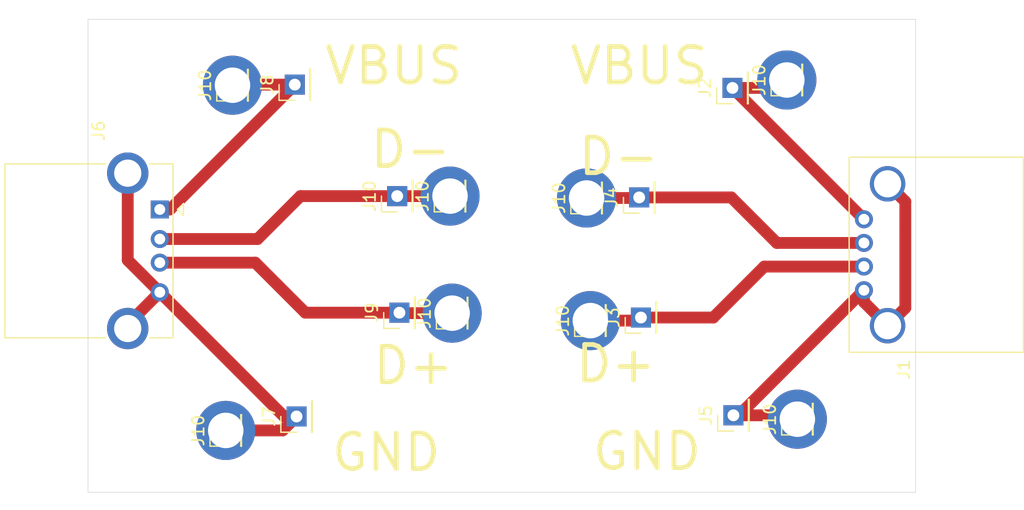
<source format=kicad_pcb>
(kicad_pcb (version 20171130) (host pcbnew 5.1.10-88a1d61d58~88~ubuntu20.04.1)

  (general
    (thickness 1.6)
    (drawings 12)
    (tracks 44)
    (zones 0)
    (modules 18)
    (nets 9)
  )

  (page A4)
  (layers
    (0 F.Cu signal)
    (31 B.Cu signal)
    (32 B.Adhes user)
    (33 F.Adhes user)
    (34 B.Paste user)
    (35 F.Paste user)
    (36 B.SilkS user)
    (37 F.SilkS user)
    (38 B.Mask user)
    (39 F.Mask user)
    (40 Dwgs.User user)
    (41 Cmts.User user)
    (42 Eco1.User user)
    (43 Eco2.User user)
    (44 Edge.Cuts user)
    (45 Margin user)
    (46 B.CrtYd user)
    (47 F.CrtYd user)
    (48 B.Fab user)
    (49 F.Fab user)
  )

  (setup
    (last_trace_width 0.25)
    (user_trace_width 1)
    (trace_clearance 0.2)
    (zone_clearance 0.508)
    (zone_45_only no)
    (trace_min 0.2)
    (via_size 0.8)
    (via_drill 0.4)
    (via_min_size 0.4)
    (via_min_drill 0.3)
    (uvia_size 0.3)
    (uvia_drill 0.1)
    (uvias_allowed no)
    (uvia_min_size 0.2)
    (uvia_min_drill 0.1)
    (edge_width 0.05)
    (segment_width 0.2)
    (pcb_text_width 0.3)
    (pcb_text_size 1.5 1.5)
    (mod_edge_width 0.12)
    (mod_text_size 1 1)
    (mod_text_width 0.15)
    (pad_size 5 5)
    (pad_drill 3)
    (pad_to_mask_clearance 0)
    (aux_axis_origin 0 0)
    (visible_elements FFFFFF7F)
    (pcbplotparams
      (layerselection 0x010f0_ffffffff)
      (usegerberextensions true)
      (usegerberattributes true)
      (usegerberadvancedattributes false)
      (creategerberjobfile false)
      (excludeedgelayer true)
      (linewidth 0.100000)
      (plotframeref false)
      (viasonmask false)
      (mode 1)
      (useauxorigin false)
      (hpglpennumber 1)
      (hpglpenspeed 20)
      (hpglpendiameter 15.000000)
      (psnegative false)
      (psa4output false)
      (plotreference true)
      (plotvalue false)
      (plotinvisibletext false)
      (padsonsilk false)
      (subtractmaskfromsilk true)
      (outputformat 1)
      (mirror false)
      (drillshape 0)
      (scaleselection 1)
      (outputdirectory "Gerbers/"))
  )

  (net 0 "")
  (net 1 "Net-(J1-Pad4)")
  (net 2 "Net-(J1-Pad1)")
  (net 3 "Net-(J1-Pad2)")
  (net 4 "Net-(J1-Pad3)")
  (net 5 "Net-(J6-Pad4)")
  (net 6 "Net-(J6-Pad3)")
  (net 7 "Net-(J10-Pad1)")
  (net 8 "Net-(J6-Pad1)")

  (net_class Default "This is the default net class."
    (clearance 0.2)
    (trace_width 0.25)
    (via_dia 0.8)
    (via_drill 0.4)
    (uvia_dia 0.3)
    (uvia_drill 0.1)
    (add_net "Net-(J1-Pad1)")
    (add_net "Net-(J1-Pad2)")
    (add_net "Net-(J1-Pad3)")
    (add_net "Net-(J1-Pad4)")
    (add_net "Net-(J10-Pad1)")
    (add_net "Net-(J6-Pad1)")
    (add_net "Net-(J6-Pad3)")
    (add_net "Net-(J6-Pad4)")
  )

  (module Connector_PinHeader_2.54mm:PinHeader_1x01_P2.54mm_Vertical (layer F.Cu) (tedit 6097F6A7) (tstamp 6098C338)
    (at 170 113.82 90)
    (descr "Through hole straight pin header, 1x01, 2.54mm pitch, single row")
    (tags "Through hole pin header THT 1x01 2.54mm single row")
    (path /609A96AA)
    (fp_text reference J10 (at 0 -2.33 90) (layer F.SilkS)
      (effects (font (size 1 1) (thickness 0.15)))
    )
    (fp_text value Conn_01x01_Male (at 0 2.33 90) (layer F.Fab)
      (effects (font (size 1 1) (thickness 0.15)))
    )
    (fp_line (start 1.8 -1.8) (end -1.8 -1.8) (layer F.CrtYd) (width 0.05))
    (fp_line (start 1.8 1.8) (end 1.8 -1.8) (layer F.CrtYd) (width 0.05))
    (fp_line (start -1.8 1.8) (end 1.8 1.8) (layer F.CrtYd) (width 0.05))
    (fp_line (start -1.8 -1.8) (end -1.8 1.8) (layer F.CrtYd) (width 0.05))
    (fp_line (start -1.33 -1.33) (end 0 -1.33) (layer F.SilkS) (width 0.12))
    (fp_line (start -1.33 0) (end -1.33 -1.33) (layer F.SilkS) (width 0.12))
    (fp_line (start -1.33 1.27) (end 1.33 1.27) (layer F.SilkS) (width 0.12))
    (fp_line (start 1.33 1.27) (end 1.33 1.33) (layer F.SilkS) (width 0.12))
    (fp_line (start -1.33 1.27) (end -1.33 1.33) (layer F.SilkS) (width 0.12))
    (fp_line (start -1.33 1.33) (end 1.33 1.33) (layer F.SilkS) (width 0.12))
    (fp_line (start -1.27 -0.635) (end -0.635 -1.27) (layer F.Fab) (width 0.1))
    (fp_line (start -1.27 1.27) (end -1.27 -0.635) (layer F.Fab) (width 0.1))
    (fp_line (start 1.27 1.27) (end -1.27 1.27) (layer F.Fab) (width 0.1))
    (fp_line (start 1.27 -1.27) (end 1.27 1.27) (layer F.Fab) (width 0.1))
    (fp_line (start -0.635 -1.27) (end 1.27 -1.27) (layer F.Fab) (width 0.1))
    (fp_text user %R (at 0 0) (layer F.Fab)
      (effects (font (size 1 1) (thickness 0.15)))
    )
    (pad 1 thru_hole circle (at 0 0 90) (size 5 5) (drill 3) (layers *.Cu *.Mask)
      (net 1 "Net-(J1-Pad4)"))
  )

  (module Connector_PinHeader_2.54mm:PinHeader_1x01_P2.54mm_Vertical (layer F.Cu) (tedit 6097F6C1) (tstamp 6098C310)
    (at 169.11 85.13 90)
    (descr "Through hole straight pin header, 1x01, 2.54mm pitch, single row")
    (tags "Through hole pin header THT 1x01 2.54mm single row")
    (path /609A96AA)
    (fp_text reference J10 (at 0 -2.33 90) (layer F.SilkS)
      (effects (font (size 1 1) (thickness 0.15)))
    )
    (fp_text value Conn_01x01_Male (at 0 2.33 90) (layer F.Fab)
      (effects (font (size 1 1) (thickness 0.15)))
    )
    (fp_line (start -0.635 -1.27) (end 1.27 -1.27) (layer F.Fab) (width 0.1))
    (fp_line (start 1.27 -1.27) (end 1.27 1.27) (layer F.Fab) (width 0.1))
    (fp_line (start 1.27 1.27) (end -1.27 1.27) (layer F.Fab) (width 0.1))
    (fp_line (start -1.27 1.27) (end -1.27 -0.635) (layer F.Fab) (width 0.1))
    (fp_line (start -1.27 -0.635) (end -0.635 -1.27) (layer F.Fab) (width 0.1))
    (fp_line (start -1.33 1.33) (end 1.33 1.33) (layer F.SilkS) (width 0.12))
    (fp_line (start -1.33 1.27) (end -1.33 1.33) (layer F.SilkS) (width 0.12))
    (fp_line (start 1.33 1.27) (end 1.33 1.33) (layer F.SilkS) (width 0.12))
    (fp_line (start -1.33 1.27) (end 1.33 1.27) (layer F.SilkS) (width 0.12))
    (fp_line (start -1.33 0) (end -1.33 -1.33) (layer F.SilkS) (width 0.12))
    (fp_line (start -1.33 -1.33) (end 0 -1.33) (layer F.SilkS) (width 0.12))
    (fp_line (start -1.8 -1.8) (end -1.8 1.8) (layer F.CrtYd) (width 0.05))
    (fp_line (start -1.8 1.8) (end 1.8 1.8) (layer F.CrtYd) (width 0.05))
    (fp_line (start 1.8 1.8) (end 1.8 -1.8) (layer F.CrtYd) (width 0.05))
    (fp_line (start 1.8 -1.8) (end -1.8 -1.8) (layer F.CrtYd) (width 0.05))
    (fp_text user %R (at 0 0) (layer F.Fab)
      (effects (font (size 1 1) (thickness 0.15)))
    )
    (pad 1 thru_hole circle (at 0 0 90) (size 5 5) (drill 3) (layers *.Cu *.Mask)
      (net 2 "Net-(J1-Pad1)"))
  )

  (module Connector_PinHeader_2.54mm:PinHeader_1x01_P2.54mm_Vertical (layer F.Cu) (tedit 6097F6B9) (tstamp 6098C2E8)
    (at 152.17 95.11 90)
    (descr "Through hole straight pin header, 1x01, 2.54mm pitch, single row")
    (tags "Through hole pin header THT 1x01 2.54mm single row")
    (path /609A96AA)
    (fp_text reference J10 (at 0 -2.33 90) (layer F.SilkS)
      (effects (font (size 1 1) (thickness 0.15)))
    )
    (fp_text value Conn_01x01_Male (at 0 2.33 90) (layer F.Fab)
      (effects (font (size 1 1) (thickness 0.15)))
    )
    (fp_line (start 1.8 -1.8) (end -1.8 -1.8) (layer F.CrtYd) (width 0.05))
    (fp_line (start 1.8 1.8) (end 1.8 -1.8) (layer F.CrtYd) (width 0.05))
    (fp_line (start -1.8 1.8) (end 1.8 1.8) (layer F.CrtYd) (width 0.05))
    (fp_line (start -1.8 -1.8) (end -1.8 1.8) (layer F.CrtYd) (width 0.05))
    (fp_line (start -1.33 -1.33) (end 0 -1.33) (layer F.SilkS) (width 0.12))
    (fp_line (start -1.33 0) (end -1.33 -1.33) (layer F.SilkS) (width 0.12))
    (fp_line (start -1.33 1.27) (end 1.33 1.27) (layer F.SilkS) (width 0.12))
    (fp_line (start 1.33 1.27) (end 1.33 1.33) (layer F.SilkS) (width 0.12))
    (fp_line (start -1.33 1.27) (end -1.33 1.33) (layer F.SilkS) (width 0.12))
    (fp_line (start -1.33 1.33) (end 1.33 1.33) (layer F.SilkS) (width 0.12))
    (fp_line (start -1.27 -0.635) (end -0.635 -1.27) (layer F.Fab) (width 0.1))
    (fp_line (start -1.27 1.27) (end -1.27 -0.635) (layer F.Fab) (width 0.1))
    (fp_line (start 1.27 1.27) (end -1.27 1.27) (layer F.Fab) (width 0.1))
    (fp_line (start 1.27 -1.27) (end 1.27 1.27) (layer F.Fab) (width 0.1))
    (fp_line (start -0.635 -1.27) (end 1.27 -1.27) (layer F.Fab) (width 0.1))
    (fp_text user %R (at 0 0) (layer F.Fab)
      (effects (font (size 1 1) (thickness 0.15)))
    )
    (pad 1 thru_hole circle (at 0 0 90) (size 5 5) (drill 3) (layers *.Cu *.Mask)
      (net 3 "Net-(J1-Pad2)"))
  )

  (module Connector_PinHeader_2.54mm:PinHeader_1x01_P2.54mm_Vertical (layer F.Cu) (tedit 6097F6B1) (tstamp 6098C2C0)
    (at 152.49 105.48 90)
    (descr "Through hole straight pin header, 1x01, 2.54mm pitch, single row")
    (tags "Through hole pin header THT 1x01 2.54mm single row")
    (path /609A96AA)
    (fp_text reference J10 (at 0 -2.33 90) (layer F.SilkS)
      (effects (font (size 1 1) (thickness 0.15)))
    )
    (fp_text value Conn_01x01_Male (at 0 2.33 90) (layer F.Fab)
      (effects (font (size 1 1) (thickness 0.15)))
    )
    (fp_line (start -0.635 -1.27) (end 1.27 -1.27) (layer F.Fab) (width 0.1))
    (fp_line (start 1.27 -1.27) (end 1.27 1.27) (layer F.Fab) (width 0.1))
    (fp_line (start 1.27 1.27) (end -1.27 1.27) (layer F.Fab) (width 0.1))
    (fp_line (start -1.27 1.27) (end -1.27 -0.635) (layer F.Fab) (width 0.1))
    (fp_line (start -1.27 -0.635) (end -0.635 -1.27) (layer F.Fab) (width 0.1))
    (fp_line (start -1.33 1.33) (end 1.33 1.33) (layer F.SilkS) (width 0.12))
    (fp_line (start -1.33 1.27) (end -1.33 1.33) (layer F.SilkS) (width 0.12))
    (fp_line (start 1.33 1.27) (end 1.33 1.33) (layer F.SilkS) (width 0.12))
    (fp_line (start -1.33 1.27) (end 1.33 1.27) (layer F.SilkS) (width 0.12))
    (fp_line (start -1.33 0) (end -1.33 -1.33) (layer F.SilkS) (width 0.12))
    (fp_line (start -1.33 -1.33) (end 0 -1.33) (layer F.SilkS) (width 0.12))
    (fp_line (start -1.8 -1.8) (end -1.8 1.8) (layer F.CrtYd) (width 0.05))
    (fp_line (start -1.8 1.8) (end 1.8 1.8) (layer F.CrtYd) (width 0.05))
    (fp_line (start 1.8 1.8) (end 1.8 -1.8) (layer F.CrtYd) (width 0.05))
    (fp_line (start 1.8 -1.8) (end -1.8 -1.8) (layer F.CrtYd) (width 0.05))
    (fp_text user %R (at 0 0) (layer F.Fab)
      (effects (font (size 1 1) (thickness 0.15)))
    )
    (pad 1 thru_hole circle (at 0 0 90) (size 5 5) (drill 3) (layers *.Cu *.Mask)
      (net 4 "Net-(J1-Pad3)"))
  )

  (module Connector_PinHeader_2.54mm:PinHeader_1x01_P2.54mm_Vertical (layer F.Cu) (tedit 6097F686) (tstamp 6098C298)
    (at 140.8 104.85 90)
    (descr "Through hole straight pin header, 1x01, 2.54mm pitch, single row")
    (tags "Through hole pin header THT 1x01 2.54mm single row")
    (path /609A96AA)
    (fp_text reference J10 (at 0 -2.33 90) (layer F.SilkS)
      (effects (font (size 1 1) (thickness 0.15)))
    )
    (fp_text value Conn_01x01_Male (at 0 2.33 90) (layer F.Fab)
      (effects (font (size 1 1) (thickness 0.15)))
    )
    (fp_line (start 1.8 -1.8) (end -1.8 -1.8) (layer F.CrtYd) (width 0.05))
    (fp_line (start 1.8 1.8) (end 1.8 -1.8) (layer F.CrtYd) (width 0.05))
    (fp_line (start -1.8 1.8) (end 1.8 1.8) (layer F.CrtYd) (width 0.05))
    (fp_line (start -1.8 -1.8) (end -1.8 1.8) (layer F.CrtYd) (width 0.05))
    (fp_line (start -1.33 -1.33) (end 0 -1.33) (layer F.SilkS) (width 0.12))
    (fp_line (start -1.33 0) (end -1.33 -1.33) (layer F.SilkS) (width 0.12))
    (fp_line (start -1.33 1.27) (end 1.33 1.27) (layer F.SilkS) (width 0.12))
    (fp_line (start 1.33 1.27) (end 1.33 1.33) (layer F.SilkS) (width 0.12))
    (fp_line (start -1.33 1.27) (end -1.33 1.33) (layer F.SilkS) (width 0.12))
    (fp_line (start -1.33 1.33) (end 1.33 1.33) (layer F.SilkS) (width 0.12))
    (fp_line (start -1.27 -0.635) (end -0.635 -1.27) (layer F.Fab) (width 0.1))
    (fp_line (start -1.27 1.27) (end -1.27 -0.635) (layer F.Fab) (width 0.1))
    (fp_line (start 1.27 1.27) (end -1.27 1.27) (layer F.Fab) (width 0.1))
    (fp_line (start 1.27 -1.27) (end 1.27 1.27) (layer F.Fab) (width 0.1))
    (fp_line (start -0.635 -1.27) (end 1.27 -1.27) (layer F.Fab) (width 0.1))
    (fp_text user %R (at 0 0) (layer F.Fab)
      (effects (font (size 1 1) (thickness 0.15)))
    )
    (pad 1 thru_hole circle (at 0 0 90) (size 5 5) (drill 3) (layers *.Cu *.Mask)
      (net 6 "Net-(J6-Pad3)"))
  )

  (module Connector_PinHeader_2.54mm:PinHeader_1x01_P2.54mm_Vertical (layer F.Cu) (tedit 6097F69B) (tstamp 6098C270)
    (at 121.65 114.77 90)
    (descr "Through hole straight pin header, 1x01, 2.54mm pitch, single row")
    (tags "Through hole pin header THT 1x01 2.54mm single row")
    (path /609A96AA)
    (fp_text reference J10 (at 0 -2.33 90) (layer F.SilkS)
      (effects (font (size 1 1) (thickness 0.15)))
    )
    (fp_text value Conn_01x01_Male (at 0 2.33 90) (layer F.Fab)
      (effects (font (size 1 1) (thickness 0.15)))
    )
    (fp_line (start -0.635 -1.27) (end 1.27 -1.27) (layer F.Fab) (width 0.1))
    (fp_line (start 1.27 -1.27) (end 1.27 1.27) (layer F.Fab) (width 0.1))
    (fp_line (start 1.27 1.27) (end -1.27 1.27) (layer F.Fab) (width 0.1))
    (fp_line (start -1.27 1.27) (end -1.27 -0.635) (layer F.Fab) (width 0.1))
    (fp_line (start -1.27 -0.635) (end -0.635 -1.27) (layer F.Fab) (width 0.1))
    (fp_line (start -1.33 1.33) (end 1.33 1.33) (layer F.SilkS) (width 0.12))
    (fp_line (start -1.33 1.27) (end -1.33 1.33) (layer F.SilkS) (width 0.12))
    (fp_line (start 1.33 1.27) (end 1.33 1.33) (layer F.SilkS) (width 0.12))
    (fp_line (start -1.33 1.27) (end 1.33 1.27) (layer F.SilkS) (width 0.12))
    (fp_line (start -1.33 0) (end -1.33 -1.33) (layer F.SilkS) (width 0.12))
    (fp_line (start -1.33 -1.33) (end 0 -1.33) (layer F.SilkS) (width 0.12))
    (fp_line (start -1.8 -1.8) (end -1.8 1.8) (layer F.CrtYd) (width 0.05))
    (fp_line (start -1.8 1.8) (end 1.8 1.8) (layer F.CrtYd) (width 0.05))
    (fp_line (start 1.8 1.8) (end 1.8 -1.8) (layer F.CrtYd) (width 0.05))
    (fp_line (start 1.8 -1.8) (end -1.8 -1.8) (layer F.CrtYd) (width 0.05))
    (fp_text user %R (at 0 0) (layer F.Fab)
      (effects (font (size 1 1) (thickness 0.15)))
    )
    (pad 1 thru_hole circle (at 0 0 90) (size 5 5) (drill 3) (layers *.Cu *.Mask)
      (net 5 "Net-(J6-Pad4)"))
  )

  (module Connector_PinHeader_2.54mm:PinHeader_1x01_P2.54mm_Vertical (layer F.Cu) (tedit 6097F66E) (tstamp 6098C248)
    (at 122.22 85.57 90)
    (descr "Through hole straight pin header, 1x01, 2.54mm pitch, single row")
    (tags "Through hole pin header THT 1x01 2.54mm single row")
    (path /609A96AA)
    (fp_text reference J10 (at 0 -2.33 90) (layer F.SilkS)
      (effects (font (size 1 1) (thickness 0.15)))
    )
    (fp_text value Conn_01x01_Male (at 0 2.33 90) (layer F.Fab)
      (effects (font (size 1 1) (thickness 0.15)))
    )
    (fp_line (start 1.8 -1.8) (end -1.8 -1.8) (layer F.CrtYd) (width 0.05))
    (fp_line (start 1.8 1.8) (end 1.8 -1.8) (layer F.CrtYd) (width 0.05))
    (fp_line (start -1.8 1.8) (end 1.8 1.8) (layer F.CrtYd) (width 0.05))
    (fp_line (start -1.8 -1.8) (end -1.8 1.8) (layer F.CrtYd) (width 0.05))
    (fp_line (start -1.33 -1.33) (end 0 -1.33) (layer F.SilkS) (width 0.12))
    (fp_line (start -1.33 0) (end -1.33 -1.33) (layer F.SilkS) (width 0.12))
    (fp_line (start -1.33 1.27) (end 1.33 1.27) (layer F.SilkS) (width 0.12))
    (fp_line (start 1.33 1.27) (end 1.33 1.33) (layer F.SilkS) (width 0.12))
    (fp_line (start -1.33 1.27) (end -1.33 1.33) (layer F.SilkS) (width 0.12))
    (fp_line (start -1.33 1.33) (end 1.33 1.33) (layer F.SilkS) (width 0.12))
    (fp_line (start -1.27 -0.635) (end -0.635 -1.27) (layer F.Fab) (width 0.1))
    (fp_line (start -1.27 1.27) (end -1.27 -0.635) (layer F.Fab) (width 0.1))
    (fp_line (start 1.27 1.27) (end -1.27 1.27) (layer F.Fab) (width 0.1))
    (fp_line (start 1.27 -1.27) (end 1.27 1.27) (layer F.Fab) (width 0.1))
    (fp_line (start -0.635 -1.27) (end 1.27 -1.27) (layer F.Fab) (width 0.1))
    (fp_text user %R (at 0 0) (layer F.Fab)
      (effects (font (size 1 1) (thickness 0.15)))
    )
    (pad 1 thru_hole circle (at 0 0 90) (size 5 5) (drill 3) (layers *.Cu *.Mask)
      (net 8 "Net-(J6-Pad1)"))
  )

  (module Connector_PinHeader_2.54mm:PinHeader_1x01_P2.54mm_Vertical (layer F.Cu) (tedit 6097F5A7) (tstamp 6098C0E6)
    (at 140.62 94.95 90)
    (descr "Through hole straight pin header, 1x01, 2.54mm pitch, single row")
    (tags "Through hole pin header THT 1x01 2.54mm single row")
    (path /609A96AA)
    (fp_text reference J10 (at 0 -2.33 90) (layer F.SilkS)
      (effects (font (size 1 1) (thickness 0.15)))
    )
    (fp_text value Conn_01x01_Male (at 0 2.33 90) (layer F.Fab)
      (effects (font (size 1 1) (thickness 0.15)))
    )
    (fp_line (start -0.635 -1.27) (end 1.27 -1.27) (layer F.Fab) (width 0.1))
    (fp_line (start 1.27 -1.27) (end 1.27 1.27) (layer F.Fab) (width 0.1))
    (fp_line (start 1.27 1.27) (end -1.27 1.27) (layer F.Fab) (width 0.1))
    (fp_line (start -1.27 1.27) (end -1.27 -0.635) (layer F.Fab) (width 0.1))
    (fp_line (start -1.27 -0.635) (end -0.635 -1.27) (layer F.Fab) (width 0.1))
    (fp_line (start -1.33 1.33) (end 1.33 1.33) (layer F.SilkS) (width 0.12))
    (fp_line (start -1.33 1.27) (end -1.33 1.33) (layer F.SilkS) (width 0.12))
    (fp_line (start 1.33 1.27) (end 1.33 1.33) (layer F.SilkS) (width 0.12))
    (fp_line (start -1.33 1.27) (end 1.33 1.27) (layer F.SilkS) (width 0.12))
    (fp_line (start -1.33 0) (end -1.33 -1.33) (layer F.SilkS) (width 0.12))
    (fp_line (start -1.33 -1.33) (end 0 -1.33) (layer F.SilkS) (width 0.12))
    (fp_line (start -1.8 -1.8) (end -1.8 1.8) (layer F.CrtYd) (width 0.05))
    (fp_line (start -1.8 1.8) (end 1.8 1.8) (layer F.CrtYd) (width 0.05))
    (fp_line (start 1.8 1.8) (end 1.8 -1.8) (layer F.CrtYd) (width 0.05))
    (fp_line (start 1.8 -1.8) (end -1.8 -1.8) (layer F.CrtYd) (width 0.05))
    (fp_text user %R (at 0 0) (layer F.Fab)
      (effects (font (size 1 1) (thickness 0.15)))
    )
    (pad 1 thru_hole circle (at 0 0 90) (size 5 5) (drill 3) (layers *.Cu *.Mask)
      (net 7 "Net-(J10-Pad1)"))
  )

  (module Connector_PinHeader_2.54mm:PinHeader_1x01_P2.54mm_Vertical (layer F.Cu) (tedit 59FED5CC) (tstamp 6098B4DE)
    (at 136.15 94.95 90)
    (descr "Through hole straight pin header, 1x01, 2.54mm pitch, single row")
    (tags "Through hole pin header THT 1x01 2.54mm single row")
    (path /609A96AA)
    (fp_text reference J10 (at 0 -2.33 90) (layer F.SilkS)
      (effects (font (size 1 1) (thickness 0.15)))
    )
    (fp_text value Conn_01x01_Male (at 0 2.33 90) (layer F.Fab)
      (effects (font (size 1 1) (thickness 0.15)))
    )
    (fp_line (start 1.8 -1.8) (end -1.8 -1.8) (layer F.CrtYd) (width 0.05))
    (fp_line (start 1.8 1.8) (end 1.8 -1.8) (layer F.CrtYd) (width 0.05))
    (fp_line (start -1.8 1.8) (end 1.8 1.8) (layer F.CrtYd) (width 0.05))
    (fp_line (start -1.8 -1.8) (end -1.8 1.8) (layer F.CrtYd) (width 0.05))
    (fp_line (start -1.33 -1.33) (end 0 -1.33) (layer F.SilkS) (width 0.12))
    (fp_line (start -1.33 0) (end -1.33 -1.33) (layer F.SilkS) (width 0.12))
    (fp_line (start -1.33 1.27) (end 1.33 1.27) (layer F.SilkS) (width 0.12))
    (fp_line (start 1.33 1.27) (end 1.33 1.33) (layer F.SilkS) (width 0.12))
    (fp_line (start -1.33 1.27) (end -1.33 1.33) (layer F.SilkS) (width 0.12))
    (fp_line (start -1.33 1.33) (end 1.33 1.33) (layer F.SilkS) (width 0.12))
    (fp_line (start -1.27 -0.635) (end -0.635 -1.27) (layer F.Fab) (width 0.1))
    (fp_line (start -1.27 1.27) (end -1.27 -0.635) (layer F.Fab) (width 0.1))
    (fp_line (start 1.27 1.27) (end -1.27 1.27) (layer F.Fab) (width 0.1))
    (fp_line (start 1.27 -1.27) (end 1.27 1.27) (layer F.Fab) (width 0.1))
    (fp_line (start -0.635 -1.27) (end 1.27 -1.27) (layer F.Fab) (width 0.1))
    (fp_text user %R (at 0 0) (layer F.Fab)
      (effects (font (size 1 1) (thickness 0.15)))
    )
    (pad 1 thru_hole rect (at 0 0 90) (size 1.7 1.7) (drill 1) (layers *.Cu *.Mask)
      (net 7 "Net-(J10-Pad1)"))
    (model ${KISYS3DMOD}/Connector_PinHeader_2.54mm.3dshapes/PinHeader_1x01_P2.54mm_Vertical.wrl
      (at (xyz 0 0 0))
      (scale (xyz 1 1 1))
      (rotate (xyz 0 0 0))
    )
  )

  (module Connector_PinHeader_2.54mm:PinHeader_1x01_P2.54mm_Vertical (layer F.Cu) (tedit 59FED5CC) (tstamp 6098B4C9)
    (at 136.34 104.81 90)
    (descr "Through hole straight pin header, 1x01, 2.54mm pitch, single row")
    (tags "Through hole pin header THT 1x01 2.54mm single row")
    (path /609A89A8)
    (fp_text reference J9 (at 0 -2.33 90) (layer F.SilkS)
      (effects (font (size 1 1) (thickness 0.15)))
    )
    (fp_text value Conn_01x01_Male (at 0 2.33 90) (layer F.Fab)
      (effects (font (size 1 1) (thickness 0.15)))
    )
    (fp_line (start 1.8 -1.8) (end -1.8 -1.8) (layer F.CrtYd) (width 0.05))
    (fp_line (start 1.8 1.8) (end 1.8 -1.8) (layer F.CrtYd) (width 0.05))
    (fp_line (start -1.8 1.8) (end 1.8 1.8) (layer F.CrtYd) (width 0.05))
    (fp_line (start -1.8 -1.8) (end -1.8 1.8) (layer F.CrtYd) (width 0.05))
    (fp_line (start -1.33 -1.33) (end 0 -1.33) (layer F.SilkS) (width 0.12))
    (fp_line (start -1.33 0) (end -1.33 -1.33) (layer F.SilkS) (width 0.12))
    (fp_line (start -1.33 1.27) (end 1.33 1.27) (layer F.SilkS) (width 0.12))
    (fp_line (start 1.33 1.27) (end 1.33 1.33) (layer F.SilkS) (width 0.12))
    (fp_line (start -1.33 1.27) (end -1.33 1.33) (layer F.SilkS) (width 0.12))
    (fp_line (start -1.33 1.33) (end 1.33 1.33) (layer F.SilkS) (width 0.12))
    (fp_line (start -1.27 -0.635) (end -0.635 -1.27) (layer F.Fab) (width 0.1))
    (fp_line (start -1.27 1.27) (end -1.27 -0.635) (layer F.Fab) (width 0.1))
    (fp_line (start 1.27 1.27) (end -1.27 1.27) (layer F.Fab) (width 0.1))
    (fp_line (start 1.27 -1.27) (end 1.27 1.27) (layer F.Fab) (width 0.1))
    (fp_line (start -0.635 -1.27) (end 1.27 -1.27) (layer F.Fab) (width 0.1))
    (fp_text user %R (at 0 0) (layer F.Fab)
      (effects (font (size 1 1) (thickness 0.15)))
    )
    (pad 1 thru_hole rect (at 0 0 90) (size 1.7 1.7) (drill 1) (layers *.Cu *.Mask)
      (net 6 "Net-(J6-Pad3)"))
    (model ${KISYS3DMOD}/Connector_PinHeader_2.54mm.3dshapes/PinHeader_1x01_P2.54mm_Vertical.wrl
      (at (xyz 0 0 0))
      (scale (xyz 1 1 1))
      (rotate (xyz 0 0 0))
    )
  )

  (module Connector_PinHeader_2.54mm:PinHeader_1x01_P2.54mm_Vertical (layer F.Cu) (tedit 59FED5CC) (tstamp 6098B4B4)
    (at 127.49 85.52 90)
    (descr "Through hole straight pin header, 1x01, 2.54mm pitch, single row")
    (tags "Through hole pin header THT 1x01 2.54mm single row")
    (path /609A7B5D)
    (fp_text reference J8 (at 0 -2.33 90) (layer F.SilkS)
      (effects (font (size 1 1) (thickness 0.15)))
    )
    (fp_text value Conn_01x01_Male (at 0 2.33 90) (layer F.Fab)
      (effects (font (size 1 1) (thickness 0.15)))
    )
    (fp_line (start 1.8 -1.8) (end -1.8 -1.8) (layer F.CrtYd) (width 0.05))
    (fp_line (start 1.8 1.8) (end 1.8 -1.8) (layer F.CrtYd) (width 0.05))
    (fp_line (start -1.8 1.8) (end 1.8 1.8) (layer F.CrtYd) (width 0.05))
    (fp_line (start -1.8 -1.8) (end -1.8 1.8) (layer F.CrtYd) (width 0.05))
    (fp_line (start -1.33 -1.33) (end 0 -1.33) (layer F.SilkS) (width 0.12))
    (fp_line (start -1.33 0) (end -1.33 -1.33) (layer F.SilkS) (width 0.12))
    (fp_line (start -1.33 1.27) (end 1.33 1.27) (layer F.SilkS) (width 0.12))
    (fp_line (start 1.33 1.27) (end 1.33 1.33) (layer F.SilkS) (width 0.12))
    (fp_line (start -1.33 1.27) (end -1.33 1.33) (layer F.SilkS) (width 0.12))
    (fp_line (start -1.33 1.33) (end 1.33 1.33) (layer F.SilkS) (width 0.12))
    (fp_line (start -1.27 -0.635) (end -0.635 -1.27) (layer F.Fab) (width 0.1))
    (fp_line (start -1.27 1.27) (end -1.27 -0.635) (layer F.Fab) (width 0.1))
    (fp_line (start 1.27 1.27) (end -1.27 1.27) (layer F.Fab) (width 0.1))
    (fp_line (start 1.27 -1.27) (end 1.27 1.27) (layer F.Fab) (width 0.1))
    (fp_line (start -0.635 -1.27) (end 1.27 -1.27) (layer F.Fab) (width 0.1))
    (fp_text user %R (at -0.06 5.52) (layer F.Fab)
      (effects (font (size 1 1) (thickness 0.15)))
    )
    (pad 1 thru_hole rect (at 0 0 90) (size 1.7 1.7) (drill 1) (layers *.Cu *.Mask)
      (net 8 "Net-(J6-Pad1)"))
    (model ${KISYS3DMOD}/Connector_PinHeader_2.54mm.3dshapes/PinHeader_1x01_P2.54mm_Vertical.wrl
      (at (xyz 0 0 0))
      (scale (xyz 1 1 1))
      (rotate (xyz 0 0 0))
    )
  )

  (module Connector_PinHeader_2.54mm:PinHeader_1x01_P2.54mm_Vertical (layer F.Cu) (tedit 59FED5CC) (tstamp 6098B49F)
    (at 127.64 113.59 90)
    (descr "Through hole straight pin header, 1x01, 2.54mm pitch, single row")
    (tags "Through hole pin header THT 1x01 2.54mm single row")
    (path /609AA13E)
    (fp_text reference J7 (at 0 -2.33 90) (layer F.SilkS)
      (effects (font (size 1 1) (thickness 0.15)))
    )
    (fp_text value Conn_01x01_Male (at 0 2.33 90) (layer F.Fab)
      (effects (font (size 1 1) (thickness 0.15)))
    )
    (fp_line (start 1.8 -1.8) (end -1.8 -1.8) (layer F.CrtYd) (width 0.05))
    (fp_line (start 1.8 1.8) (end 1.8 -1.8) (layer F.CrtYd) (width 0.05))
    (fp_line (start -1.8 1.8) (end 1.8 1.8) (layer F.CrtYd) (width 0.05))
    (fp_line (start -1.8 -1.8) (end -1.8 1.8) (layer F.CrtYd) (width 0.05))
    (fp_line (start -1.33 -1.33) (end 0 -1.33) (layer F.SilkS) (width 0.12))
    (fp_line (start -1.33 0) (end -1.33 -1.33) (layer F.SilkS) (width 0.12))
    (fp_line (start -1.33 1.27) (end 1.33 1.27) (layer F.SilkS) (width 0.12))
    (fp_line (start 1.33 1.27) (end 1.33 1.33) (layer F.SilkS) (width 0.12))
    (fp_line (start -1.33 1.27) (end -1.33 1.33) (layer F.SilkS) (width 0.12))
    (fp_line (start -1.33 1.33) (end 1.33 1.33) (layer F.SilkS) (width 0.12))
    (fp_line (start -1.27 -0.635) (end -0.635 -1.27) (layer F.Fab) (width 0.1))
    (fp_line (start -1.27 1.27) (end -1.27 -0.635) (layer F.Fab) (width 0.1))
    (fp_line (start 1.27 1.27) (end -1.27 1.27) (layer F.Fab) (width 0.1))
    (fp_line (start 1.27 -1.27) (end 1.27 1.27) (layer F.Fab) (width 0.1))
    (fp_line (start -0.635 -1.27) (end 1.27 -1.27) (layer F.Fab) (width 0.1))
    (fp_text user %R (at 0 0) (layer F.Fab)
      (effects (font (size 1 1) (thickness 0.15)))
    )
    (pad 1 thru_hole rect (at 0 0 90) (size 1.7 1.7) (drill 1) (layers *.Cu *.Mask)
      (net 5 "Net-(J6-Pad4)"))
    (model ${KISYS3DMOD}/Connector_PinHeader_2.54mm.3dshapes/PinHeader_1x01_P2.54mm_Vertical.wrl
      (at (xyz 0 0 0))
      (scale (xyz 1 1 1))
      (rotate (xyz 0 0 0))
    )
  )

  (module Connector_USB:USB_A_CONNFLY_DS1095-WNR0 (layer F.Cu) (tedit 5E39FFBD) (tstamp 6098B48A)
    (at 116.07 96.08 270)
    (descr http://www.connfly.com/userfiles/image/UpLoadFile/File/2013/5/6/DS1095.pdf)
    (tags "USB-A receptacle horizontal through-hole")
    (path /609A31EC)
    (fp_text reference J6 (at -6.66 5.17 90) (layer F.SilkS)
      (effects (font (size 1 1) (thickness 0.15)))
    )
    (fp_text value USB_A (at 0.675 7.58 90) (layer F.Fab)
      (effects (font (size 1 1) (thickness 0.15)))
    )
    (fp_line (start 0.5 -2) (end -0.5 -2) (layer F.SilkS) (width 0.12))
    (fp_line (start 0 -1.5) (end 0.5 -2) (layer F.SilkS) (width 0.12))
    (fp_line (start -0.5 -2) (end 0 -1.5) (layer F.SilkS) (width 0.12))
    (fp_line (start 10.86 0.86) (end 10.86 -1.12) (layer F.SilkS) (width 0.12))
    (fp_line (start -3.86 -1.12) (end -3.86 0.86) (layer F.SilkS) (width 0.12))
    (fp_line (start -3.86 -1.12) (end 10.86 -1.12) (layer F.SilkS) (width 0.12))
    (fp_line (start 10.86 4.56) (end 10.86 13.1) (layer F.SilkS) (width 0.12))
    (fp_line (start -3.86 13.1) (end 10.86 13.1) (layer F.SilkS) (width 0.12))
    (fp_line (start -3.86 4.56) (end -3.86 13.1) (layer F.SilkS) (width 0.12))
    (fp_line (start -5.32 -1.51) (end 12.32 -1.51) (layer F.CrtYd) (width 0.05))
    (fp_line (start 12.32 -1.51) (end 12.32 13.49) (layer F.CrtYd) (width 0.05))
    (fp_line (start 12.32 13.49) (end -5.32 13.49) (layer F.CrtYd) (width 0.05))
    (fp_line (start -5.32 -1.51) (end -5.32 13.49) (layer F.CrtYd) (width 0.05))
    (fp_line (start -2.87 -1.01) (end -3.75 -0.13) (layer F.Fab) (width 0.1))
    (fp_line (start -3.75 12.99) (end 10.75 12.99) (layer F.Fab) (width 0.1))
    (fp_line (start -2.87 -1.01) (end 10.75 -1.01) (layer F.Fab) (width 0.1))
    (fp_line (start 10.75 -1.01) (end 10.75 12.99) (layer F.Fab) (width 0.1))
    (fp_line (start -3.75 -0.13) (end -3.75 12.99) (layer F.Fab) (width 0.1))
    (fp_text user %R (at 3.5 5 90) (layer F.Fab)
      (effects (font (size 1 1) (thickness 0.15)))
    )
    (pad 4 thru_hole circle (at 7 0 270) (size 1.524 1.524) (drill 0.92) (layers *.Cu *.Mask)
      (net 5 "Net-(J6-Pad4)"))
    (pad 3 thru_hole circle (at 4.5 0 270) (size 1.524 1.524) (drill 0.92) (layers *.Cu *.Mask)
      (net 6 "Net-(J6-Pad3)"))
    (pad 2 thru_hole circle (at 2.5 0 270) (size 1.524 1.524) (drill 0.92) (layers *.Cu *.Mask)
      (net 7 "Net-(J10-Pad1)"))
    (pad 1 thru_hole rect (at 0 0 270) (size 1.524 1.524) (drill 0.92) (layers *.Cu *.Mask)
      (net 8 "Net-(J6-Pad1)"))
    (pad 5 thru_hole circle (at -3.07 2.71 270) (size 3.5 3.5) (drill 2.3) (layers *.Cu *.Mask)
      (net 5 "Net-(J6-Pad4)"))
    (pad 5 thru_hole circle (at 10.07 2.71 270) (size 3.5 3.5) (drill 2.3) (layers *.Cu *.Mask)
      (net 5 "Net-(J6-Pad4)"))
    (model ${KISYS3DMOD}/Connector_USB.3dshapes/USB_A_CONNFLY_DS1095-WNR0.wrl
      (at (xyz 0 0 0))
      (scale (xyz 1 1 1))
      (rotate (xyz 0 0 0))
    )
  )

  (module Connector_PinHeader_2.54mm:PinHeader_1x01_P2.54mm_Vertical (layer F.Cu) (tedit 59FED5CC) (tstamp 6098B46D)
    (at 164.59 113.49 90)
    (descr "Through hole straight pin header, 1x01, 2.54mm pitch, single row")
    (tags "Through hole pin header THT 1x01 2.54mm single row")
    (path /609A682A)
    (fp_text reference J5 (at 0 -2.33 90) (layer F.SilkS)
      (effects (font (size 1 1) (thickness 0.15)))
    )
    (fp_text value Conn_01x01_Male (at 0 2.33 90) (layer F.Fab)
      (effects (font (size 1 1) (thickness 0.15)))
    )
    (fp_line (start 1.8 -1.8) (end -1.8 -1.8) (layer F.CrtYd) (width 0.05))
    (fp_line (start 1.8 1.8) (end 1.8 -1.8) (layer F.CrtYd) (width 0.05))
    (fp_line (start -1.8 1.8) (end 1.8 1.8) (layer F.CrtYd) (width 0.05))
    (fp_line (start -1.8 -1.8) (end -1.8 1.8) (layer F.CrtYd) (width 0.05))
    (fp_line (start -1.33 -1.33) (end 0 -1.33) (layer F.SilkS) (width 0.12))
    (fp_line (start -1.33 0) (end -1.33 -1.33) (layer F.SilkS) (width 0.12))
    (fp_line (start -1.33 1.27) (end 1.33 1.27) (layer F.SilkS) (width 0.12))
    (fp_line (start 1.33 1.27) (end 1.33 1.33) (layer F.SilkS) (width 0.12))
    (fp_line (start -1.33 1.27) (end -1.33 1.33) (layer F.SilkS) (width 0.12))
    (fp_line (start -1.33 1.33) (end 1.33 1.33) (layer F.SilkS) (width 0.12))
    (fp_line (start -1.27 -0.635) (end -0.635 -1.27) (layer F.Fab) (width 0.1))
    (fp_line (start -1.27 1.27) (end -1.27 -0.635) (layer F.Fab) (width 0.1))
    (fp_line (start 1.27 1.27) (end -1.27 1.27) (layer F.Fab) (width 0.1))
    (fp_line (start 1.27 -1.27) (end 1.27 1.27) (layer F.Fab) (width 0.1))
    (fp_line (start -0.635 -1.27) (end 1.27 -1.27) (layer F.Fab) (width 0.1))
    (fp_text user %R (at -2.115 3.125) (layer F.Fab)
      (effects (font (size 1 1) (thickness 0.15)))
    )
    (pad 1 thru_hole rect (at 0 0 90) (size 1.7 1.7) (drill 1) (layers *.Cu *.Mask)
      (net 1 "Net-(J1-Pad4)"))
    (model ${KISYS3DMOD}/Connector_PinHeader_2.54mm.3dshapes/PinHeader_1x01_P2.54mm_Vertical.wrl
      (at (xyz 0 0 0))
      (scale (xyz 1 1 1))
      (rotate (xyz 0 0 0))
    )
  )

  (module Connector_PinHeader_2.54mm:PinHeader_1x01_P2.54mm_Vertical (layer F.Cu) (tedit 59FED5CC) (tstamp 6098B458)
    (at 156.62 95.06 90)
    (descr "Through hole straight pin header, 1x01, 2.54mm pitch, single row")
    (tags "Through hole pin header THT 1x01 2.54mm single row")
    (path /609A604D)
    (fp_text reference J4 (at 0 -2.33 90) (layer F.SilkS)
      (effects (font (size 1 1) (thickness 0.15)))
    )
    (fp_text value Conn_01x01_Male (at 0 2.33 90) (layer F.Fab)
      (effects (font (size 1 1) (thickness 0.15)))
    )
    (fp_line (start 1.8 -1.8) (end -1.8 -1.8) (layer F.CrtYd) (width 0.05))
    (fp_line (start 1.8 1.8) (end 1.8 -1.8) (layer F.CrtYd) (width 0.05))
    (fp_line (start -1.8 1.8) (end 1.8 1.8) (layer F.CrtYd) (width 0.05))
    (fp_line (start -1.8 -1.8) (end -1.8 1.8) (layer F.CrtYd) (width 0.05))
    (fp_line (start -1.33 -1.33) (end 0 -1.33) (layer F.SilkS) (width 0.12))
    (fp_line (start -1.33 0) (end -1.33 -1.33) (layer F.SilkS) (width 0.12))
    (fp_line (start -1.33 1.27) (end 1.33 1.27) (layer F.SilkS) (width 0.12))
    (fp_line (start 1.33 1.27) (end 1.33 1.33) (layer F.SilkS) (width 0.12))
    (fp_line (start -1.33 1.27) (end -1.33 1.33) (layer F.SilkS) (width 0.12))
    (fp_line (start -1.33 1.33) (end 1.33 1.33) (layer F.SilkS) (width 0.12))
    (fp_line (start -1.27 -0.635) (end -0.635 -1.27) (layer F.Fab) (width 0.1))
    (fp_line (start -1.27 1.27) (end -1.27 -0.635) (layer F.Fab) (width 0.1))
    (fp_line (start 1.27 1.27) (end -1.27 1.27) (layer F.Fab) (width 0.1))
    (fp_line (start 1.27 -1.27) (end 1.27 1.27) (layer F.Fab) (width 0.1))
    (fp_line (start -0.635 -1.27) (end 1.27 -1.27) (layer F.Fab) (width 0.1))
    (fp_text user %R (at 0 0) (layer F.Fab)
      (effects (font (size 1 1) (thickness 0.15)))
    )
    (pad 1 thru_hole rect (at 0 0 90) (size 1.7 1.7) (drill 1) (layers *.Cu *.Mask)
      (net 3 "Net-(J1-Pad2)"))
    (model ${KISYS3DMOD}/Connector_PinHeader_2.54mm.3dshapes/PinHeader_1x01_P2.54mm_Vertical.wrl
      (at (xyz 0 0 0))
      (scale (xyz 1 1 1))
      (rotate (xyz 0 0 0))
    )
  )

  (module Connector_PinHeader_2.54mm:PinHeader_1x01_P2.54mm_Vertical (layer F.Cu) (tedit 59FED5CC) (tstamp 6098BBC8)
    (at 156.77 105.22 90)
    (descr "Through hole straight pin header, 1x01, 2.54mm pitch, single row")
    (tags "Through hole pin header THT 1x01 2.54mm single row")
    (path /609A5940)
    (fp_text reference J3 (at 0 -2.33 90) (layer F.SilkS)
      (effects (font (size 1 1) (thickness 0.15)))
    )
    (fp_text value Conn_01x01_Male (at 0 2.33 90) (layer F.Fab)
      (effects (font (size 1 1) (thickness 0.15)))
    )
    (fp_line (start 1.8 -1.8) (end -1.8 -1.8) (layer F.CrtYd) (width 0.05))
    (fp_line (start 1.8 1.8) (end 1.8 -1.8) (layer F.CrtYd) (width 0.05))
    (fp_line (start -1.8 1.8) (end 1.8 1.8) (layer F.CrtYd) (width 0.05))
    (fp_line (start -1.8 -1.8) (end -1.8 1.8) (layer F.CrtYd) (width 0.05))
    (fp_line (start -1.33 -1.33) (end 0 -1.33) (layer F.SilkS) (width 0.12))
    (fp_line (start -1.33 0) (end -1.33 -1.33) (layer F.SilkS) (width 0.12))
    (fp_line (start -1.33 1.27) (end 1.33 1.27) (layer F.SilkS) (width 0.12))
    (fp_line (start 1.33 1.27) (end 1.33 1.33) (layer F.SilkS) (width 0.12))
    (fp_line (start -1.33 1.27) (end -1.33 1.33) (layer F.SilkS) (width 0.12))
    (fp_line (start -1.33 1.33) (end 1.33 1.33) (layer F.SilkS) (width 0.12))
    (fp_line (start -1.27 -0.635) (end -0.635 -1.27) (layer F.Fab) (width 0.1))
    (fp_line (start -1.27 1.27) (end -1.27 -0.635) (layer F.Fab) (width 0.1))
    (fp_line (start 1.27 1.27) (end -1.27 1.27) (layer F.Fab) (width 0.1))
    (fp_line (start 1.27 -1.27) (end 1.27 1.27) (layer F.Fab) (width 0.1))
    (fp_line (start -0.635 -1.27) (end 1.27 -1.27) (layer F.Fab) (width 0.1))
    (fp_text user %R (at 0 0) (layer F.Fab)
      (effects (font (size 1 1) (thickness 0.15)))
    )
    (pad 1 thru_hole rect (at 0 0 90) (size 1.7 1.7) (drill 1) (layers *.Cu *.Mask)
      (net 4 "Net-(J1-Pad3)"))
    (model ${KISYS3DMOD}/Connector_PinHeader_2.54mm.3dshapes/PinHeader_1x01_P2.54mm_Vertical.wrl
      (at (xyz 0 0 0))
      (scale (xyz 1 1 1))
      (rotate (xyz 0 0 0))
    )
  )

  (module Connector_PinHeader_2.54mm:PinHeader_1x01_P2.54mm_Vertical (layer F.Cu) (tedit 59FED5CC) (tstamp 6098B42E)
    (at 164.51 85.8 90)
    (descr "Through hole straight pin header, 1x01, 2.54mm pitch, single row")
    (tags "Through hole pin header THT 1x01 2.54mm single row")
    (path /609A5277)
    (fp_text reference J2 (at 0 -2.33 90) (layer F.SilkS)
      (effects (font (size 1 1) (thickness 0.15)))
    )
    (fp_text value Conn_01x01_Male (at 0 2.33 90) (layer F.Fab)
      (effects (font (size 1 1) (thickness 0.15)))
    )
    (fp_line (start 1.8 -1.8) (end -1.8 -1.8) (layer F.CrtYd) (width 0.05))
    (fp_line (start 1.8 1.8) (end 1.8 -1.8) (layer F.CrtYd) (width 0.05))
    (fp_line (start -1.8 1.8) (end 1.8 1.8) (layer F.CrtYd) (width 0.05))
    (fp_line (start -1.8 -1.8) (end -1.8 1.8) (layer F.CrtYd) (width 0.05))
    (fp_line (start -1.33 -1.33) (end 0 -1.33) (layer F.SilkS) (width 0.12))
    (fp_line (start -1.33 0) (end -1.33 -1.33) (layer F.SilkS) (width 0.12))
    (fp_line (start -1.33 1.27) (end 1.33 1.27) (layer F.SilkS) (width 0.12))
    (fp_line (start 1.33 1.27) (end 1.33 1.33) (layer F.SilkS) (width 0.12))
    (fp_line (start -1.33 1.27) (end -1.33 1.33) (layer F.SilkS) (width 0.12))
    (fp_line (start -1.33 1.33) (end 1.33 1.33) (layer F.SilkS) (width 0.12))
    (fp_line (start -1.27 -0.635) (end -0.635 -1.27) (layer F.Fab) (width 0.1))
    (fp_line (start -1.27 1.27) (end -1.27 -0.635) (layer F.Fab) (width 0.1))
    (fp_line (start 1.27 1.27) (end -1.27 1.27) (layer F.Fab) (width 0.1))
    (fp_line (start 1.27 -1.27) (end 1.27 1.27) (layer F.Fab) (width 0.1))
    (fp_line (start -0.635 -1.27) (end 1.27 -1.27) (layer F.Fab) (width 0.1))
    (fp_text user %R (at 0 0) (layer F.Fab)
      (effects (font (size 1 1) (thickness 0.15)))
    )
    (pad 1 thru_hole rect (at 0 0 90) (size 1.7 1.7) (drill 1) (layers *.Cu *.Mask)
      (net 2 "Net-(J1-Pad1)"))
    (model ${KISYS3DMOD}/Connector_PinHeader_2.54mm.3dshapes/PinHeader_1x01_P2.54mm_Vertical.wrl
      (at (xyz 0 0 0))
      (scale (xyz 1 1 1))
      (rotate (xyz 0 0 0))
    )
  )

  (module WiRoc:USBA-Male-through-hole-C112454 (layer F.Cu) (tedit 6097F078) (tstamp 6098B419)
    (at 177.63 99.91 90)
    (path /609A291A)
    (fp_text reference J1 (at -9.71 1.37 90) (layer F.SilkS)
      (effects (font (size 1 1) (thickness 0.15)))
    )
    (fp_text value USB_A (at 0 -8.89 90) (layer F.Fab)
      (effects (font (size 1 1) (thickness 0.15)))
    )
    (fp_line (start -8.25 -3.25) (end 8.25 -3.25) (layer F.SilkS) (width 0.12))
    (fp_line (start 8.25 -3.25) (end 8.25 11.5) (layer F.SilkS) (width 0.12))
    (fp_line (start 8.25 11.5) (end -8.25 11.5) (layer F.SilkS) (width 0.12))
    (fp_line (start -8.25 11.5) (end -8.25 -3.25) (layer F.SilkS) (width 0.12))
    (pad "" np_thru_hole circle (at 2.25 0 90) (size 1.5 1.5) (drill 1.5) (layers *.Cu *.Mask))
    (pad "" np_thru_hole circle (at -2.25 0 90) (size 1.5 1.5) (drill 1.5) (layers *.Cu *.Mask))
    (pad 5 thru_hole circle (at 6 0 90) (size 3 3) (drill 2.3) (layers *.Cu *.Mask)
      (net 1 "Net-(J1-Pad4)"))
    (pad 5 thru_hole circle (at -6 0 90) (size 3 3) (drill 2.3) (layers *.Cu *.Mask)
      (net 1 "Net-(J1-Pad4)"))
    (pad 1 thru_hole circle (at 3 -2 90) (size 1.524 1.524) (drill 0.92) (layers *.Cu *.Mask)
      (net 2 "Net-(J1-Pad1)"))
    (pad 2 thru_hole circle (at 1 -2 90) (size 1.524 1.524) (drill 0.92) (layers *.Cu *.Mask)
      (net 3 "Net-(J1-Pad2)"))
    (pad 3 thru_hole circle (at -1 -2 90) (size 1.524 1.524) (drill 0.92) (layers *.Cu *.Mask)
      (net 4 "Net-(J1-Pad3)"))
    (pad 4 thru_hole circle (at -3 -2 90) (size 1.524 1.524) (drill 0.92) (layers *.Cu *.Mask)
      (net 1 "Net-(J1-Pad4)"))
  )

  (gr_text "D+\n\n" (at 137.52 111.7) (layer F.SilkS) (tstamp 6098BF72)
    (effects (font (size 3 3) (thickness 0.4)))
  )
  (gr_text "D-\n" (at 137.29 91) (layer F.SilkS) (tstamp 6098BF6F)
    (effects (font (size 3 3) (thickness 0.4)))
  )
  (gr_text "D-\n" (at 154.88 91.6) (layer F.SilkS) (tstamp 6098BF6B)
    (effects (font (size 3 3) (thickness 0.4)))
  )
  (gr_text "D+\n\n" (at 154.65 111.55) (layer F.SilkS) (tstamp 6098BF65)
    (effects (font (size 3 3) (thickness 0.4)))
  )
  (gr_text "VBUS\n" (at 156.61 83.93) (layer F.SilkS) (tstamp 6098BF60)
    (effects (font (size 3 3) (thickness 0.4)))
  )
  (gr_text "VBUS\n" (at 135.86 83.93) (layer F.SilkS) (tstamp 6098BF5C)
    (effects (font (size 3 3) (thickness 0.4)))
  )
  (gr_text GND (at 135.22 116.63) (layer F.SilkS) (tstamp 6098BF5A)
    (effects (font (size 3 3) (thickness 0.4)))
  )
  (gr_text GND (at 157.28 116.55) (layer F.SilkS)
    (effects (font (size 3 3) (thickness 0.4)))
  )
  (gr_line (start 180 80) (end 110 80) (layer Edge.Cuts) (width 0.05))
  (gr_line (start 180 120) (end 180 80) (layer Edge.Cuts) (width 0.05))
  (gr_line (start 110 120) (end 180 120) (layer Edge.Cuts) (width 0.05))
  (gr_line (start 110 80) (end 110 120) (layer Edge.Cuts) (width 0.05))

  (segment (start 175.63 103.91) (end 177.63 105.91) (width 1) (layer F.Cu) (net 1))
  (segment (start 175.63 102.91) (end 175.63 103.91) (width 1) (layer F.Cu) (net 1))
  (segment (start 179.129999 104.410001) (end 177.63 105.91) (width 1) (layer F.Cu) (net 1))
  (segment (start 179.129999 95.409999) (end 179.129999 104.410001) (width 1) (layer F.Cu) (net 1))
  (segment (start 177.63 93.91) (end 179.129999 95.409999) (width 1) (layer F.Cu) (net 1))
  (segment (start 165.05 113.49) (end 164.59 113.49) (width 1) (layer F.Cu) (net 1))
  (segment (start 175.63 102.91) (end 165.05 113.49) (width 1) (layer F.Cu) (net 1))
  (segment (start 169.67 113.49) (end 170 113.82) (width 1) (layer F.Cu) (net 1))
  (segment (start 164.59 113.49) (end 169.67 113.49) (width 1) (layer F.Cu) (net 1))
  (segment (start 164.52 85.8) (end 164.51 85.8) (width 1) (layer F.Cu) (net 2))
  (segment (start 175.63 96.91) (end 164.52 85.8) (width 1) (layer F.Cu) (net 2))
  (segment (start 168.44 85.8) (end 169.11 85.13) (width 1) (layer F.Cu) (net 2))
  (segment (start 164.51 85.8) (end 168.44 85.8) (width 1) (layer F.Cu) (net 2))
  (segment (start 156.62 95.06) (end 164.41 95.06) (width 1) (layer F.Cu) (net 3))
  (segment (start 168.26 98.91) (end 175.63 98.91) (width 1) (layer F.Cu) (net 3))
  (segment (start 164.41 95.06) (end 168.26 98.91) (width 1) (layer F.Cu) (net 3))
  (segment (start 156.57 95.11) (end 156.62 95.06) (width 1) (layer F.Cu) (net 3))
  (segment (start 152.17 95.11) (end 156.57 95.11) (width 1) (layer F.Cu) (net 3))
  (segment (start 175.63 100.91) (end 167.2 100.91) (width 1) (layer F.Cu) (net 4))
  (segment (start 162.89 105.22) (end 156.77 105.22) (width 1) (layer F.Cu) (net 4))
  (segment (start 167.2 100.91) (end 162.89 105.22) (width 1) (layer F.Cu) (net 4))
  (segment (start 156.51 105.48) (end 156.77 105.22) (width 1) (layer F.Cu) (net 4))
  (segment (start 152.49 105.48) (end 156.51 105.48) (width 1) (layer F.Cu) (net 4))
  (segment (start 126.58 113.59) (end 127.64 113.59) (width 1) (layer F.Cu) (net 5))
  (segment (start 116.07 103.08) (end 126.58 113.59) (width 1) (layer F.Cu) (net 5))
  (segment (start 113.36 105.79) (end 116.07 103.08) (width 1) (layer F.Cu) (net 5))
  (segment (start 113.36 106.15) (end 113.36 105.79) (width 1) (layer F.Cu) (net 5))
  (segment (start 113.36 100.37) (end 116.07 103.08) (width 1) (layer F.Cu) (net 5))
  (segment (start 113.36 93.01) (end 113.36 100.37) (width 1) (layer F.Cu) (net 5))
  (segment (start 126.46 114.77) (end 127.64 113.59) (width 1) (layer F.Cu) (net 5))
  (segment (start 121.65 114.77) (end 126.46 114.77) (width 1) (layer F.Cu) (net 5))
  (segment (start 136.34 104.81) (end 128.38 104.81) (width 1) (layer F.Cu) (net 6))
  (segment (start 124.15 100.58) (end 116.07 100.58) (width 1) (layer F.Cu) (net 6))
  (segment (start 128.38 104.81) (end 124.15 100.58) (width 1) (layer F.Cu) (net 6))
  (segment (start 136.38 104.85) (end 136.34 104.81) (width 1) (layer F.Cu) (net 6))
  (segment (start 140.8 104.85) (end 136.38 104.85) (width 1) (layer F.Cu) (net 6))
  (segment (start 116.07 98.58) (end 124.34 98.58) (width 1) (layer F.Cu) (net 7))
  (segment (start 127.97 94.95) (end 136.15 94.95) (width 1) (layer F.Cu) (net 7))
  (segment (start 124.34 98.58) (end 127.97 94.95) (width 1) (layer F.Cu) (net 7))
  (segment (start 136.15 94.95) (end 140.62 94.95) (width 1) (layer F.Cu) (net 7))
  (segment (start 116.93 96.08) (end 127.49 85.52) (width 1) (layer F.Cu) (net 8))
  (segment (start 116.07 96.08) (end 116.93 96.08) (width 1) (layer F.Cu) (net 8))
  (segment (start 122.27 85.52) (end 122.22 85.57) (width 1) (layer F.Cu) (net 8))
  (segment (start 127.49 85.52) (end 122.27 85.52) (width 1) (layer F.Cu) (net 8))

)

</source>
